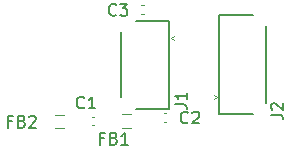
<source format=gbr>
%TF.GenerationSoftware,KiCad,Pcbnew,9.0.2*%
%TF.CreationDate,2025-06-15T19:52:29-07:00*%
%TF.ProjectId,NICE_VIEW,4e494345-5f56-4494-9557-2e6b69636164,4*%
%TF.SameCoordinates,Original*%
%TF.FileFunction,Legend,Top*%
%TF.FilePolarity,Positive*%
%FSLAX46Y46*%
G04 Gerber Fmt 4.6, Leading zero omitted, Abs format (unit mm)*
G04 Created by KiCad (PCBNEW 9.0.2) date 2025-06-15 19:52:29*
%MOMM*%
%LPD*%
G01*
G04 APERTURE LIST*
%ADD10C,0.150000*%
%ADD11C,0.120000*%
%ADD12C,0.152400*%
%ADD13C,0.100000*%
G04 APERTURE END LIST*
D10*
X112853333Y-103019580D02*
X112805714Y-103067200D01*
X112805714Y-103067200D02*
X112662857Y-103114819D01*
X112662857Y-103114819D02*
X112567619Y-103114819D01*
X112567619Y-103114819D02*
X112424762Y-103067200D01*
X112424762Y-103067200D02*
X112329524Y-102971961D01*
X112329524Y-102971961D02*
X112281905Y-102876723D01*
X112281905Y-102876723D02*
X112234286Y-102686247D01*
X112234286Y-102686247D02*
X112234286Y-102543390D01*
X112234286Y-102543390D02*
X112281905Y-102352914D01*
X112281905Y-102352914D02*
X112329524Y-102257676D01*
X112329524Y-102257676D02*
X112424762Y-102162438D01*
X112424762Y-102162438D02*
X112567619Y-102114819D01*
X112567619Y-102114819D02*
X112662857Y-102114819D01*
X112662857Y-102114819D02*
X112805714Y-102162438D01*
X112805714Y-102162438D02*
X112853333Y-102210057D01*
X113805714Y-103114819D02*
X113234286Y-103114819D01*
X113520000Y-103114819D02*
X113520000Y-102114819D01*
X113520000Y-102114819D02*
X113424762Y-102257676D01*
X113424762Y-102257676D02*
X113329524Y-102352914D01*
X113329524Y-102352914D02*
X113234286Y-102400533D01*
X106726666Y-104211009D02*
X106393333Y-104211009D01*
X106393333Y-104734819D02*
X106393333Y-103734819D01*
X106393333Y-103734819D02*
X106869523Y-103734819D01*
X107583809Y-104211009D02*
X107726666Y-104258628D01*
X107726666Y-104258628D02*
X107774285Y-104306247D01*
X107774285Y-104306247D02*
X107821904Y-104401485D01*
X107821904Y-104401485D02*
X107821904Y-104544342D01*
X107821904Y-104544342D02*
X107774285Y-104639580D01*
X107774285Y-104639580D02*
X107726666Y-104687200D01*
X107726666Y-104687200D02*
X107631428Y-104734819D01*
X107631428Y-104734819D02*
X107250476Y-104734819D01*
X107250476Y-104734819D02*
X107250476Y-103734819D01*
X107250476Y-103734819D02*
X107583809Y-103734819D01*
X107583809Y-103734819D02*
X107679047Y-103782438D01*
X107679047Y-103782438D02*
X107726666Y-103830057D01*
X107726666Y-103830057D02*
X107774285Y-103925295D01*
X107774285Y-103925295D02*
X107774285Y-104020533D01*
X107774285Y-104020533D02*
X107726666Y-104115771D01*
X107726666Y-104115771D02*
X107679047Y-104163390D01*
X107679047Y-104163390D02*
X107583809Y-104211009D01*
X107583809Y-104211009D02*
X107250476Y-104211009D01*
X108202857Y-103830057D02*
X108250476Y-103782438D01*
X108250476Y-103782438D02*
X108345714Y-103734819D01*
X108345714Y-103734819D02*
X108583809Y-103734819D01*
X108583809Y-103734819D02*
X108679047Y-103782438D01*
X108679047Y-103782438D02*
X108726666Y-103830057D01*
X108726666Y-103830057D02*
X108774285Y-103925295D01*
X108774285Y-103925295D02*
X108774285Y-104020533D01*
X108774285Y-104020533D02*
X108726666Y-104163390D01*
X108726666Y-104163390D02*
X108155238Y-104734819D01*
X108155238Y-104734819D02*
X108774285Y-104734819D01*
X120544819Y-102773333D02*
X121259104Y-102773333D01*
X121259104Y-102773333D02*
X121401961Y-102820952D01*
X121401961Y-102820952D02*
X121497200Y-102916190D01*
X121497200Y-102916190D02*
X121544819Y-103059047D01*
X121544819Y-103059047D02*
X121544819Y-103154285D01*
X121544819Y-101773333D02*
X121544819Y-102344761D01*
X121544819Y-102059047D02*
X120544819Y-102059047D01*
X120544819Y-102059047D02*
X120687676Y-102154285D01*
X120687676Y-102154285D02*
X120782914Y-102249523D01*
X120782914Y-102249523D02*
X120830533Y-102344761D01*
X128684819Y-103653333D02*
X129399104Y-103653333D01*
X129399104Y-103653333D02*
X129541961Y-103700952D01*
X129541961Y-103700952D02*
X129637200Y-103796190D01*
X129637200Y-103796190D02*
X129684819Y-103939047D01*
X129684819Y-103939047D02*
X129684819Y-104034285D01*
X128780057Y-103224761D02*
X128732438Y-103177142D01*
X128732438Y-103177142D02*
X128684819Y-103081904D01*
X128684819Y-103081904D02*
X128684819Y-102843809D01*
X128684819Y-102843809D02*
X128732438Y-102748571D01*
X128732438Y-102748571D02*
X128780057Y-102700952D01*
X128780057Y-102700952D02*
X128875295Y-102653333D01*
X128875295Y-102653333D02*
X128970533Y-102653333D01*
X128970533Y-102653333D02*
X129113390Y-102700952D01*
X129113390Y-102700952D02*
X129684819Y-103272380D01*
X129684819Y-103272380D02*
X129684819Y-102653333D01*
X121633333Y-104289580D02*
X121585714Y-104337200D01*
X121585714Y-104337200D02*
X121442857Y-104384819D01*
X121442857Y-104384819D02*
X121347619Y-104384819D01*
X121347619Y-104384819D02*
X121204762Y-104337200D01*
X121204762Y-104337200D02*
X121109524Y-104241961D01*
X121109524Y-104241961D02*
X121061905Y-104146723D01*
X121061905Y-104146723D02*
X121014286Y-103956247D01*
X121014286Y-103956247D02*
X121014286Y-103813390D01*
X121014286Y-103813390D02*
X121061905Y-103622914D01*
X121061905Y-103622914D02*
X121109524Y-103527676D01*
X121109524Y-103527676D02*
X121204762Y-103432438D01*
X121204762Y-103432438D02*
X121347619Y-103384819D01*
X121347619Y-103384819D02*
X121442857Y-103384819D01*
X121442857Y-103384819D02*
X121585714Y-103432438D01*
X121585714Y-103432438D02*
X121633333Y-103480057D01*
X122014286Y-103480057D02*
X122061905Y-103432438D01*
X122061905Y-103432438D02*
X122157143Y-103384819D01*
X122157143Y-103384819D02*
X122395238Y-103384819D01*
X122395238Y-103384819D02*
X122490476Y-103432438D01*
X122490476Y-103432438D02*
X122538095Y-103480057D01*
X122538095Y-103480057D02*
X122585714Y-103575295D01*
X122585714Y-103575295D02*
X122585714Y-103670533D01*
X122585714Y-103670533D02*
X122538095Y-103813390D01*
X122538095Y-103813390D02*
X121966667Y-104384819D01*
X121966667Y-104384819D02*
X122585714Y-104384819D01*
X114516666Y-105651009D02*
X114183333Y-105651009D01*
X114183333Y-106174819D02*
X114183333Y-105174819D01*
X114183333Y-105174819D02*
X114659523Y-105174819D01*
X115373809Y-105651009D02*
X115516666Y-105698628D01*
X115516666Y-105698628D02*
X115564285Y-105746247D01*
X115564285Y-105746247D02*
X115611904Y-105841485D01*
X115611904Y-105841485D02*
X115611904Y-105984342D01*
X115611904Y-105984342D02*
X115564285Y-106079580D01*
X115564285Y-106079580D02*
X115516666Y-106127200D01*
X115516666Y-106127200D02*
X115421428Y-106174819D01*
X115421428Y-106174819D02*
X115040476Y-106174819D01*
X115040476Y-106174819D02*
X115040476Y-105174819D01*
X115040476Y-105174819D02*
X115373809Y-105174819D01*
X115373809Y-105174819D02*
X115469047Y-105222438D01*
X115469047Y-105222438D02*
X115516666Y-105270057D01*
X115516666Y-105270057D02*
X115564285Y-105365295D01*
X115564285Y-105365295D02*
X115564285Y-105460533D01*
X115564285Y-105460533D02*
X115516666Y-105555771D01*
X115516666Y-105555771D02*
X115469047Y-105603390D01*
X115469047Y-105603390D02*
X115373809Y-105651009D01*
X115373809Y-105651009D02*
X115040476Y-105651009D01*
X116564285Y-106174819D02*
X115992857Y-106174819D01*
X116278571Y-106174819D02*
X116278571Y-105174819D01*
X116278571Y-105174819D02*
X116183333Y-105317676D01*
X116183333Y-105317676D02*
X116088095Y-105412914D01*
X116088095Y-105412914D02*
X115992857Y-105460533D01*
X115563333Y-95169580D02*
X115515714Y-95217200D01*
X115515714Y-95217200D02*
X115372857Y-95264819D01*
X115372857Y-95264819D02*
X115277619Y-95264819D01*
X115277619Y-95264819D02*
X115134762Y-95217200D01*
X115134762Y-95217200D02*
X115039524Y-95121961D01*
X115039524Y-95121961D02*
X114991905Y-95026723D01*
X114991905Y-95026723D02*
X114944286Y-94836247D01*
X114944286Y-94836247D02*
X114944286Y-94693390D01*
X114944286Y-94693390D02*
X114991905Y-94502914D01*
X114991905Y-94502914D02*
X115039524Y-94407676D01*
X115039524Y-94407676D02*
X115134762Y-94312438D01*
X115134762Y-94312438D02*
X115277619Y-94264819D01*
X115277619Y-94264819D02*
X115372857Y-94264819D01*
X115372857Y-94264819D02*
X115515714Y-94312438D01*
X115515714Y-94312438D02*
X115563333Y-94360057D01*
X115896667Y-94264819D02*
X116515714Y-94264819D01*
X116515714Y-94264819D02*
X116182381Y-94645771D01*
X116182381Y-94645771D02*
X116325238Y-94645771D01*
X116325238Y-94645771D02*
X116420476Y-94693390D01*
X116420476Y-94693390D02*
X116468095Y-94741009D01*
X116468095Y-94741009D02*
X116515714Y-94836247D01*
X116515714Y-94836247D02*
X116515714Y-95074342D01*
X116515714Y-95074342D02*
X116468095Y-95169580D01*
X116468095Y-95169580D02*
X116420476Y-95217200D01*
X116420476Y-95217200D02*
X116325238Y-95264819D01*
X116325238Y-95264819D02*
X116039524Y-95264819D01*
X116039524Y-95264819D02*
X115944286Y-95217200D01*
X115944286Y-95217200D02*
X115896667Y-95169580D01*
D11*
%TO.C,C1*%
X113502164Y-103830000D02*
X113717836Y-103830000D01*
X113502164Y-104550000D02*
X113717836Y-104550000D01*
%TO.C,FB2*%
X111169622Y-103640000D02*
X110370378Y-103640000D01*
X111169622Y-104760000D02*
X110370378Y-104760000D01*
D12*
%TO.C,J1*%
X120055000Y-95730000D02*
X117205000Y-95730000D01*
X116005376Y-96667683D02*
X116005376Y-102175517D01*
D13*
X120485000Y-97020000D02*
X120235000Y-97170000D01*
X120235000Y-97170000D02*
X120485000Y-97320000D01*
D12*
X120055000Y-103130000D02*
X120055000Y-95730000D01*
X117205000Y-103130000D02*
X120055000Y-103130000D01*
%TO.C,J2*%
X124260000Y-103630000D02*
X127160000Y-103630000D01*
X128260000Y-102680000D02*
X128260000Y-96180000D01*
D13*
X123827000Y-102322000D02*
X124077000Y-102172000D01*
X124077000Y-102172000D02*
X123827000Y-102022000D01*
D12*
X124260000Y-95230000D02*
X124260000Y-103630000D01*
X127110000Y-95230000D02*
X124260000Y-95230000D01*
D11*
%TO.C,C2*%
X119612164Y-103510000D02*
X119827836Y-103510000D01*
X119612164Y-104230000D02*
X119827836Y-104230000D01*
%TO.C,FB1*%
X116839622Y-103620000D02*
X116040378Y-103620000D01*
X116839622Y-104740000D02*
X116040378Y-104740000D01*
%TO.C,C3*%
X117702164Y-94360000D02*
X117917836Y-94360000D01*
X117702164Y-95080000D02*
X117917836Y-95080000D01*
%TD*%
M02*

</source>
